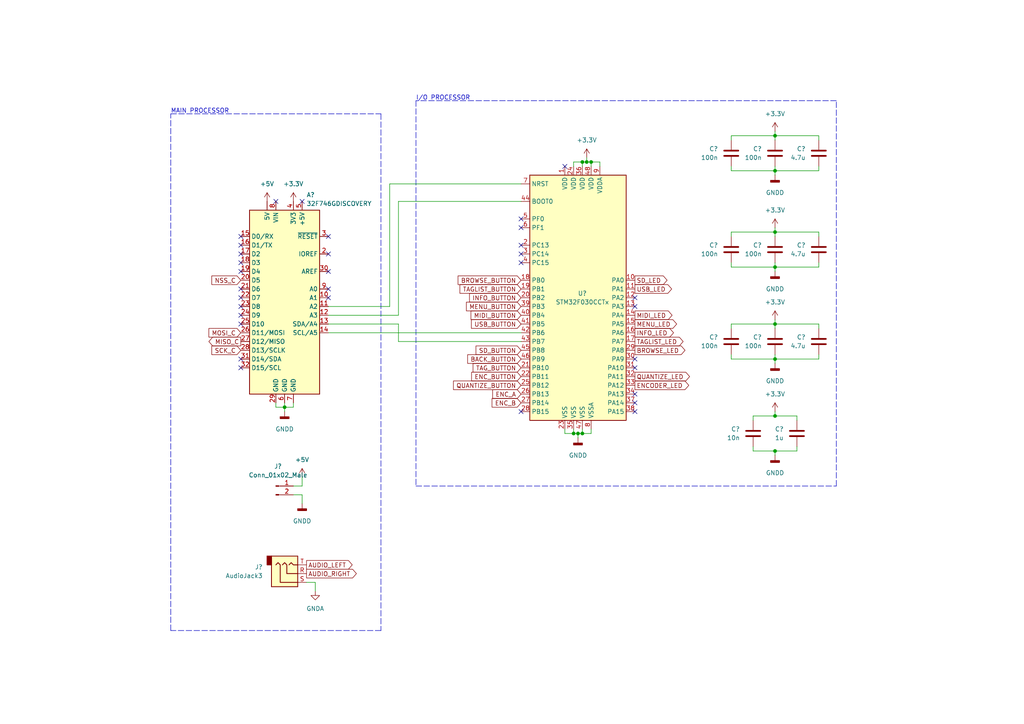
<source format=kicad_sch>
(kicad_sch (version 20211123) (generator eeschema)
  (paper "A4")
  (title_block (title "32F746GDISCOVERY INTERFACE") (date "2022-09-08") (rev "2") (company "© ANDREI ANATSKA, FRANK PLOWMAN 2022"))
  (lib_symbols
    (symbol "CDJ-1000MK3_new_life_project:32F746GDISCOVERY"
      (property "Reference" "A" (at -10.16 23.495 0))
      (property "Value" "32F746GDISCOVERY" (at 6.35 25.4 0))
      (symbol "32F746GDISCOVERY_0_1"
        (rectangle (start -10.16 22.86) (end 10.16 -30.48) (stroke (width 0.254)) (fill (type background)))
      )
      (symbol "32F746GDISCOVERY_1_1"
        (pin power_in line (at -5.08 25.4 270) (length 2.54) (name "5V") (number ""))
        (pin no_connect line (at -12.7 -26.67 0) (length 2.54) hide (name "NC") (number "1"))
        (pin bidirectional line (at 12.7 -2.54 180) (length 2.54) (name "A1") (number "10"))
        (pin bidirectional line (at 12.7 -5.08 180) (length 2.54) (name "A2") (number "11"))
        (pin bidirectional line (at 12.7 -7.62 180) (length 2.54) (name "A3") (number "12"))
        (pin bidirectional line (at 12.7 -10.16 180) (length 2.54) (name "SDA/A4") (number "13"))
        (pin bidirectional line (at 12.7 -12.7 180) (length 2.54) (name "SCL/A5") (number "14"))
        (pin bidirectional line (at -12.7 15.24 0) (length 2.54) (name "D0/RX") (number "15"))
        (pin bidirectional line (at -12.7 12.7 0) (length 2.54) (name "D1/TX") (number "16"))
        (pin bidirectional line (at -12.7 10.16 0) (length 2.54) (name "D2") (number "17"))
        (pin bidirectional line (at -12.7 7.62 0) (length 2.54) (name "D3") (number "18"))
        (pin bidirectional line (at -12.7 5.08 0) (length 2.54) (name "D4") (number "19"))
        (pin output line (at 12.7 10.16 180) (length 2.54) (name "IOREF") (number "2"))
        (pin bidirectional line (at -12.7 2.54 0) (length 2.54) (name "D5") (number "20"))
        (pin bidirectional line (at -12.7 0 0) (length 2.54) (name "D6") (number "21"))
        (pin bidirectional line (at -12.7 -2.54 0) (length 2.54) (name "D7") (number "22"))
        (pin bidirectional line (at -12.7 -5.08 0) (length 2.54) (name "D8") (number "23"))
        (pin bidirectional line (at -12.7 -7.62 0) (length 2.54) (name "D9") (number "24"))
        (pin bidirectional line (at -12.7 -10.16 0) (length 2.54) (name "D10") (number "25"))
        (pin bidirectional line (at -12.7 -12.7 0) (length 2.54) (name "D11/MOSI") (number "26"))
        (pin bidirectional line (at -12.7 -15.24 0) (length 2.54) (name "D12/MISO") (number "27"))
        (pin bidirectional line (at -12.7 -17.78 0) (length 2.54) (name "D13/SCLK") (number "28"))
        (pin power_in line (at -2.54 -33.02 90) (length 2.54) (name "GND") (number "29"))
        (pin input line (at 12.7 15.24 180) (length 2.54) (name "~{RESET}") (number "3"))
        (pin input line (at 12.7 5.08 180) (length 2.54) (name "AREF") (number "30"))
        (pin bidirectional line (at -12.7 -20.32 0) (length 2.54) (name "D14/SDA") (number "31"))
        (pin bidirectional line (at -12.7 -22.86 0) (length 2.54) (name "D15/SCL") (number "32"))
        (pin power_out line (at 2.54 25.4 270) (length 2.54) (name "3V3") (number "4"))
        (pin power_out line (at 5.08 25.4 270) (length 2.54) (name "+5V") (number "5"))
        (pin power_in line (at 0 -33.02 90) (length 2.54) (name "GND") (number "6"))
        (pin power_in line (at 2.54 -33.02 90) (length 2.54) (name "GND") (number "7"))
        (pin power_in line (at -2.54 25.4 270) (length 2.54) (name "VIN") (number "8"))
        (pin bidirectional line (at 12.7 0 180) (length 2.54) (name "A0") (number "9"))
      )
    )
    (symbol "Connector:AudioJack3"
      (property "Reference" "J" (at 0 8.89 0))
      (property "Value" "AudioJack3" (at 0 6.35 0))
      (symbol "AudioJack3_0_1"
        (rectangle (start -5.08 -5.08) (end -6.35 -2.54) (stroke (width 0.254)) (fill (type outline)))
        (polyline (pts (xy 0 -2.54) (xy 0.635 -3.175) (xy 1.27 -2.54) (xy 2.54 -2.54)) (stroke (width 0.254)))
        (polyline (pts (xy -1.905 -2.54) (xy -1.27 -3.175) (xy -0.635 -2.54) (xy -0.635 0) (xy 2.54 0)) (stroke (width 0.254)))
        (polyline (pts (xy 2.54 2.54) (xy -2.54 2.54) (xy -2.54 -2.54) (xy -3.175 -3.175) (xy -3.81 -2.54)) (stroke (width 0.254)))
        (rectangle (start 2.54 3.81) (end -5.08 -5.08) (stroke (width 0.254)) (fill (type background)))
      )
      (symbol "AudioJack3_1_1"
        (pin passive line (at 5.08 0 180) (length 2.54) (name "~") (number "R"))
        (pin passive line (at 5.08 2.54 180) (length 2.54) (name "~") (number "S"))
        (pin passive line (at 5.08 -2.54 180) (length 2.54) (name "~") (number "T"))
      )
    )
    (symbol "Connector:Conn_01x02_Male" (pin_names (offset 1.016) hide)
      (property "Reference" "J" (at 0 2.54 0))
      (property "Value" "Conn_01x02_Male" (at 0 -5.08 0))
      (symbol "Conn_01x02_Male_1_1"
        (polyline (pts (xy 1.27 -2.54) (xy 0.8636 -2.54)) (stroke (width 0.1524)))
        (polyline (pts (xy 1.27 0) (xy 0.8636 0)) (stroke (width 0.1524)))
        (rectangle (start 0.8636 -2.413) (end 0 -2.667) (stroke (width 0.1524)) (fill (type outline)))
        (rectangle (start 0.8636 0.127) (end 0 -0.127) (stroke (width 0.1524)) (fill (type outline)))
        (pin passive line (at 5.08 0 180) (length 3.81) (name "Pin_1") (number "1"))
        (pin passive line (at 5.08 -2.54 180) (length 3.81) (name "Pin_2") (number "2"))
      )
    )
    (symbol "Device:C" (pin_numbers hide) (pin_names (offset 0.254))
      (property "Reference" "C" (at 0.635 2.54 0))
      (property "Value" "C" (at 0.635 -2.54 0))
      (symbol "C_0_1"
        (polyline (pts (xy -2.032 -0.762) (xy 2.032 -0.762)) (stroke (width 0.508)))
        (polyline (pts (xy -2.032 0.762) (xy 2.032 0.762)) (stroke (width 0.508)))
      )
      (symbol "C_1_1"
        (pin passive line (at 0 3.81 270) (length 2.794) (name "~") (number "1"))
        (pin passive line (at 0 -3.81 90) (length 2.794) (name "~") (number "2"))
      )
    )
    (symbol "MCU_ST_STM32F0:STM32F030CCTx"
      (property "Reference" "U" (at -15.24 36.83 0))
      (property "Value" "STM32F030CCTx" (at 7.62 36.83 0))
      (symbol "STM32F030CCTx_0_1"
        (rectangle (start -15.24 -35.56) (end 12.7 35.56) (stroke (width 0.254)) (fill (type background)))
      )
      (symbol "STM32F030CCTx_1_1"
        (pin power_in line (at -5.08 38.1 270) (length 2.54) (name "VDD") (number "1"))
        (pin bidirectional line (at 15.24 5.08 180) (length 2.54) (name "PA0") (number "10"))
        (pin bidirectional line (at 15.24 2.54 180) (length 2.54) (name "PA1") (number "11"))
        (pin bidirectional line (at 15.24 0 180) (length 2.54) (name "PA2") (number "12"))
        (pin bidirectional line (at 15.24 -2.54 180) (length 2.54) (name "PA3") (number "13"))
        (pin bidirectional line (at 15.24 -5.08 180) (length 2.54) (name "PA4") (number "14"))
        (pin bidirectional line (at 15.24 -7.62 180) (length 2.54) (name "PA5") (number "15"))
        (pin bidirectional line (at 15.24 -10.16 180) (length 2.54) (name "PA6") (number "16"))
        (pin bidirectional line (at 15.24 -12.7 180) (length 2.54) (name "PA7") (number "17"))
        (pin bidirectional line (at -17.78 5.08 0) (length 2.54) (name "PB0") (number "18"))
        (pin bidirectional line (at -17.78 2.54 0) (length 2.54) (name "PB1") (number "19"))
        (pin bidirectional line (at -17.78 15.24 0) (length 2.54) (name "PC13") (number "2"))
        (pin bidirectional line (at -17.78 0 0) (length 2.54) (name "PB2") (number "20"))
        (pin bidirectional line (at -17.78 -20.32 0) (length 2.54) (name "PB10") (number "21"))
        (pin bidirectional line (at -17.78 -22.86 0) (length 2.54) (name "PB11") (number "22"))
        (pin power_in line (at -5.08 -38.1 90) (length 2.54) (name "VSS") (number "23"))
        (pin power_in line (at -2.54 38.1 270) (length 2.54) (name "VDD") (number "24"))
        (pin bidirectional line (at -17.78 -25.4 0) (length 2.54) (name "PB12") (number "25"))
        (pin bidirectional line (at -17.78 -27.94 0) (length 2.54) (name "PB13") (number "26"))
        (pin bidirectional line (at -17.78 -30.48 0) (length 2.54) (name "PB14") (number "27"))
        (pin bidirectional line (at -17.78 -33.02 0) (length 2.54) (name "PB15") (number "28"))
        (pin bidirectional line (at 15.24 -15.24 180) (length 2.54) (name "PA8") (number "29"))
        (pin bidirectional line (at -17.78 12.7 0) (length 2.54) (name "PC14") (number "3"))
        (pin bidirectional line (at 15.24 -17.78 180) (length 2.54) (name "PA9") (number "30"))
        (pin bidirectional line (at 15.24 -20.32 180) (length 2.54) (name "PA10") (number "31"))
        (pin bidirectional line (at 15.24 -22.86 180) (length 2.54) (name "PA11") (number "32"))
        (pin bidirectional line (at 15.24 -25.4 180) (length 2.54) (name "PA12") (number "33"))
        (pin bidirectional line (at 15.24 -27.94 180) (length 2.54) (name "PA13") (number "34"))
        (pin power_in line (at -2.54 -38.1 90) (length 2.54) (name "VSS") (number "35"))
        (pin power_in line (at 0 38.1 270) (length 2.54) (name "VDD") (number "36"))
        (pin bidirectional line (at 15.24 -30.48 180) (length 2.54) (name "PA14") (number "37"))
        (pin bidirectional line (at 15.24 -33.02 180) (length 2.54) (name "PA15") (number "38"))
        (pin bidirectional line (at -17.78 -2.54 0) (length 2.54) (name "PB3") (number "39"))
        (pin bidirectional line (at -17.78 10.16 0) (length 2.54) (name "PC15") (number "4"))
        (pin bidirectional line (at -17.78 -5.08 0) (length 2.54) (name "PB4") (number "40"))
        (pin bidirectional line (at -17.78 -7.62 0) (length 2.54) (name "PB5") (number "41"))
        (pin bidirectional line (at -17.78 -10.16 0) (length 2.54) (name "PB6") (number "42"))
        (pin bidirectional line (at -17.78 -12.7 0) (length 2.54) (name "PB7") (number "43"))
        (pin input line (at -17.78 27.94 0) (length 2.54) (name "BOOT0") (number "44"))
        (pin bidirectional line (at -17.78 -15.24 0) (length 2.54) (name "PB8") (number "45"))
        (pin bidirectional line (at -17.78 -17.78 0) (length 2.54) (name "PB9") (number "46"))
        (pin power_in line (at 0 -38.1 90) (length 2.54) (name "VSS") (number "47"))
        (pin power_in line (at 2.54 38.1 270) (length 2.54) (name "VDD") (number "48"))
        (pin input line (at -17.78 22.86 0) (length 2.54) (name "PF0") (number "5"))
        (pin input line (at -17.78 20.32 0) (length 2.54) (name "PF1") (number "6"))
        (pin input line (at -17.78 33.02 0) (length 2.54) (name "NRST") (number "7"))
        (pin power_in line (at 2.54 -38.1 90) (length 2.54) (name "VSSA") (number "8"))
        (pin power_in line (at 5.08 38.1 270) (length 2.54) (name "VDDA") (number "9"))
      )
    )
    (symbol "power:+3.3V" (power) (pin_names (offset 0))
      (property "Value" "+3.3V" (at 0 3.556 0))
      (symbol "+3.3V_0_1"
        (polyline (pts (xy -0.762 1.27) (xy 0 2.54)))
        (polyline (pts (xy 0 0) (xy 0 2.54)))
        (polyline (pts (xy 0 2.54) (xy 0.762 1.27)))
      )
      (symbol "+3.3V_1_1"
        (pin power_in line (at 0 0 90) (length 0) hide (name "+3.3V") (number "1"))
      )
    )
    (symbol "power:+5V" (power) (pin_names (offset 0))
      (property "Value" "+5V" (at 0 3.556 0))
      (symbol "+5V_0_1"
        (polyline (pts (xy -0.762 1.27) (xy 0 2.54)))
        (polyline (pts (xy 0 0) (xy 0 2.54)))
        (polyline (pts (xy 0 2.54) (xy 0.762 1.27)))
      )
      (symbol "+5V_1_1"
        (pin power_in line (at 0 0 90) (length 0) hide (name "+5V") (number "1"))
      )
    )
    (symbol "power:GNDA" (power) (pin_names (offset 0))
      (property "Value" "GNDA" (at 0 -3.81 0))
      (symbol "GNDA_0_1"
        (polyline (pts (xy 0 0) (xy 0 -1.27) (xy 1.27 -1.27) (xy 0 -2.54) (xy -1.27 -1.27) (xy 0 -1.27)))
      )
      (symbol "GNDA_1_1"
        (pin power_in line (at 0 0 270) (length 0) hide (name "GNDA") (number "1"))
      )
    )
    (symbol "power:GNDD" (power) (pin_names (offset 0))
      (property "Value" "GNDD" (at 0 -3.175 0))
      (symbol "GNDD_0_1"
        (rectangle (start -1.27 -1.524) (end 1.27 -2.032) (stroke (width 0.254)) (fill (type outline)))
        (polyline (pts (xy 0 0) (xy 0 -1.524)))
      )
      (symbol "GNDD_1_1"
        (pin power_in line (at 0 0 270) (length 0) hide (name "GNDD") (number "1"))
      )
    )
  )
  (junction (at 170.18 46.99))
  (junction (at 224.79 39.37))
  (junction (at 167.64 125.73))
  (junction (at 171.45 46.99))
  (junction (at 224.79 93.98))
  (junction (at 224.79 49.53))
  (junction (at 224.79 77.47))
  (junction (at 168.91 125.73))
  (junction (at 224.79 120.65))
  (junction (at 224.79 104.14))
  (junction (at 168.91 46.99))
  (junction (at 82.55 118.11))
  (junction (at 224.79 67.31))
  (junction (at 224.79 130.81))
  (junction (at 166.37 125.73))
  (no_connect (at 95.25 83.82))
  (no_connect (at 95.25 86.36))
  (no_connect (at 69.85 78.74))
  (no_connect (at 69.85 83.82))
  (no_connect (at 69.85 86.36))
  (no_connect (at 69.85 88.9))
  (no_connect (at 69.85 91.44))
  (no_connect (at 69.85 73.66))
  (no_connect (at 69.85 76.2))
  (no_connect (at 69.85 93.98))
  (no_connect (at 69.85 104.14))
  (no_connect (at 69.85 106.68))
  (no_connect (at 151.13 119.38))
  (no_connect (at 184.15 88.9))
  (no_connect (at 184.15 86.36))
  (no_connect (at 184.15 119.38))
  (no_connect (at 184.15 116.84))
  (no_connect (at 184.15 114.3))
  (no_connect (at 184.15 106.68))
  (no_connect (at 184.15 104.14))
  (no_connect (at 95.25 68.58))
  (no_connect (at 69.85 68.58))
  (no_connect (at 69.85 71.12))
  (no_connect (at 151.13 63.5))
  (no_connect (at 151.13 66.04))
  (no_connect (at 151.13 71.12))
  (no_connect (at 151.13 73.66))
  (no_connect (at 151.13 76.2))
  (no_connect (at 163.83 48.26))
  (no_connect (at 95.25 78.74))
  (no_connect (at 95.25 73.66))
  (no_connect (at 87.63 58.42))
  (no_connect (at 80.01 58.42))
  (wire (pts (xy 212.09 93.98) (xy 224.79 93.98)))
  (wire (pts (xy 170.18 45.72) (xy 170.18 46.99)))
  (polyline (pts (xy 110.49 33.02) (xy 110.49 182.88)))
  (wire (pts (xy 212.09 68.58) (xy 212.09 67.31)))
  (wire (pts (xy 87.63 143.51) (xy 87.63 146.05)))
  (wire (pts (xy 224.79 93.98) (xy 224.79 95.25)))
  (wire (pts (xy 237.49 39.37) (xy 237.49 40.64)))
  (wire (pts (xy 224.79 49.53) (xy 224.79 50.8)))
  (wire (pts (xy 85.09 143.51) (xy 87.63 143.51)))
  (wire (pts (xy 212.09 48.26) (xy 212.09 49.53)))
  (wire (pts (xy 212.09 102.87) (xy 212.09 104.14)))
  (wire (pts (xy 224.79 130.81) (xy 231.14 130.81)))
  (polyline (pts (xy 242.57 140.97) (xy 242.57 29.21)))
  (wire (pts (xy 224.79 120.65) (xy 231.14 120.65)))
  (wire (pts (xy 166.37 125.73) (xy 166.37 124.46)))
  (wire (pts (xy 168.91 46.99) (xy 170.18 46.99)))
  (wire (pts (xy 237.49 67.31) (xy 237.49 68.58)))
  (polyline (pts (xy 120.65 140.97) (xy 242.57 140.97)))
  (wire (pts (xy 212.09 49.53) (xy 224.79 49.53)))
  (wire (pts (xy 115.57 58.42) (xy 151.13 58.42)))
  (wire (pts (xy 168.91 125.73) (xy 171.45 125.73)))
  (wire (pts (xy 224.79 104.14) (xy 237.49 104.14)))
  (wire (pts (xy 163.83 125.73) (xy 166.37 125.73)))
  (wire (pts (xy 224.79 49.53) (xy 237.49 49.53)))
  (wire (pts (xy 82.55 118.11) (xy 85.09 118.11)))
  (wire (pts (xy 113.03 53.34) (xy 151.13 53.34)))
  (wire (pts (xy 212.09 67.31) (xy 224.79 67.31)))
  (wire (pts (xy 95.25 93.98) (xy 115.57 93.98)))
  (wire (pts (xy 237.49 93.98) (xy 237.49 95.25)))
  (wire (pts (xy 163.83 124.46) (xy 163.83 125.73)))
  (wire (pts (xy 218.44 121.92) (xy 218.44 120.65)))
  (wire (pts (xy 115.57 91.44) (xy 115.57 58.42)))
  (wire (pts (xy 224.79 67.31) (xy 224.79 68.58)))
  (wire (pts (xy 80.01 116.84) (xy 80.01 118.11)))
  (wire (pts (xy 168.91 125.73) (xy 168.91 124.46)))
  (wire (pts (xy 218.44 129.54) (xy 218.44 130.81)))
  (wire (pts (xy 166.37 46.99) (xy 168.91 46.99)))
  (wire (pts (xy 171.45 46.99) (xy 173.99 46.99)))
  (wire (pts (xy 115.57 99.06) (xy 151.13 99.06)))
  (wire (pts (xy 224.79 48.26) (xy 224.79 49.53)))
  (wire (pts (xy 212.09 104.14) (xy 224.79 104.14)))
  (wire (pts (xy 115.57 93.98) (xy 115.57 99.06)))
  (wire (pts (xy 212.09 95.25) (xy 212.09 93.98)))
  (wire (pts (xy 82.55 118.11) (xy 82.55 119.38)))
  (wire (pts (xy 237.49 48.26) (xy 237.49 49.53)))
  (wire (pts (xy 171.45 125.73) (xy 171.45 124.46)))
  (wire (pts (xy 224.79 130.81) (xy 224.79 132.08)))
  (wire (pts (xy 167.64 125.73) (xy 166.37 125.73)))
  (polyline (pts (xy 120.65 29.21) (xy 120.65 140.97)))
  (wire (pts (xy 237.49 76.2) (xy 237.49 77.47)))
  (wire (pts (xy 85.09 118.11) (xy 85.09 116.84)))
  (wire (pts (xy 218.44 130.81) (xy 224.79 130.81)))
  (polyline (pts (xy 49.53 182.88) (xy 49.53 33.02)))
  (wire (pts (xy 224.79 92.71) (xy 224.79 93.98)))
  (wire (pts (xy 231.14 129.54) (xy 231.14 130.81)))
  (wire (pts (xy 167.64 125.73) (xy 167.64 127)))
  (wire (pts (xy 224.79 77.47) (xy 237.49 77.47)))
  (wire (pts (xy 224.79 76.2) (xy 224.79 77.47)))
  (wire (pts (xy 224.79 39.37) (xy 224.79 40.64)))
  (wire (pts (xy 167.64 125.73) (xy 168.91 125.73)))
  (wire (pts (xy 212.09 76.2) (xy 212.09 77.47)))
  (wire (pts (xy 88.9 168.91) (xy 91.44 168.91)))
  (wire (pts (xy 113.03 88.9) (xy 113.03 53.34)))
  (wire (pts (xy 224.79 67.31) (xy 237.49 67.31)))
  (wire (pts (xy 224.79 39.37) (xy 237.49 39.37)))
  (wire (pts (xy 224.79 119.38) (xy 224.79 120.65)))
  (wire (pts (xy 218.44 120.65) (xy 224.79 120.65)))
  (wire (pts (xy 212.09 40.64) (xy 212.09 39.37)))
  (polyline (pts (xy 242.57 29.21) (xy 120.65 29.21)))
  (wire (pts (xy 85.09 140.97) (xy 87.63 140.97)))
  (wire (pts (xy 224.79 93.98) (xy 237.49 93.98)))
  (wire (pts (xy 82.55 118.11) (xy 82.55 116.84)))
  (wire (pts (xy 95.25 91.44) (xy 115.57 91.44)))
  (wire (pts (xy 168.91 46.99) (xy 168.91 48.26)))
  (polyline (pts (xy 49.53 33.02) (xy 110.49 33.02)))
  (wire (pts (xy 224.79 102.87) (xy 224.79 104.14)))
  (wire (pts (xy 87.63 138.43) (xy 87.63 140.97)))
  (wire (pts (xy 80.01 118.11) (xy 82.55 118.11)))
  (wire (pts (xy 231.14 120.65) (xy 231.14 121.92)))
  (wire (pts (xy 171.45 46.99) (xy 171.45 48.26)))
  (wire (pts (xy 224.79 104.14) (xy 224.79 105.41)))
  (polyline (pts (xy 110.49 182.88) (xy 49.53 182.88)))
  (wire (pts (xy 212.09 77.47) (xy 224.79 77.47)))
  (wire (pts (xy 212.09 39.37) (xy 224.79 39.37)))
  (wire (pts (xy 224.79 38.1) (xy 224.79 39.37)))
  (wire (pts (xy 91.44 168.91) (xy 91.44 171.45)))
  (wire (pts (xy 166.37 48.26) (xy 166.37 46.99)))
  (wire (pts (xy 224.79 66.04) (xy 224.79 67.31)))
  (wire (pts (xy 224.79 77.47) (xy 224.79 78.74)))
  (wire (pts (xy 95.25 88.9) (xy 113.03 88.9)))
  (wire (pts (xy 173.99 46.99) (xy 173.99 48.26)))
  (wire (pts (xy 237.49 102.87) (xy 237.49 104.14)))
  (wire (pts (xy 95.25 96.52) (xy 151.13 96.52)))
  (wire (pts (xy 170.18 46.99) (xy 171.45 46.99)))
  (text "MAIN PROCESSOR" (at 49.53 33.02 0) (effects (font (size 1.27 1.27)) (justify left bottom)))
  (text "I/O PROCESSOR" (at 120.65 29.21 0) (effects (font (size 1.27 1.27)) (justify left bottom)))
  (global_label "AUDIO_RIGHT" (shape output) (at 88.9 166.37 0) (property "Intersheet References" "${INTERSHEET_REFS}" (effects hide)))
  (global_label "MISO_C" (shape output) (at 69.85 99.06 180) (property "Intersheet References" "${INTERSHEET_REFS}" (effects hide)))
  (global_label "ENC_B" (shape input) (at 151.13 116.84 180) (property "Intersheet References" "${INTERSHEET_REFS}" (effects hide)))
  (global_label "BROWSE_LED" (shape output) (at 184.15 101.6 0) (property "Intersheet References" "${INTERSHEET_REFS}" (effects hide)))
  (global_label "SD_BUTTON" (shape input) (at 151.13 101.6 180) (property "Intersheet References" "${INTERSHEET_REFS}" (effects hide)))
  (global_label "SD_LED" (shape output) (at 184.15 81.28 0) (property "Intersheet References" "${INTERSHEET_REFS}" (effects hide)))
  (global_label "INFO_BUTTON" (shape input) (at 151.13 86.36 180) (property "Intersheet References" "${INTERSHEET_REFS}" (effects hide)))
  (global_label "MENU_BUTTON" (shape input) (at 151.13 88.9 180) (property "Intersheet References" "${INTERSHEET_REFS}" (effects hide)))
  (global_label "BROWSE_BUTTON" (shape input) (at 151.13 81.28 180) (property "Intersheet References" "${INTERSHEET_REFS}" (effects hide)))
  (global_label "MENU_LED" (shape output) (at 184.15 93.98 0) (property "Intersheet References" "${INTERSHEET_REFS}" (effects hide)))
  (global_label "AUDIO_LEFT" (shape output) (at 88.9 163.83 0) (property "Intersheet References" "${INTERSHEET_REFS}" (effects hide)))
  (global_label "MIDI_BUTTON" (shape input) (at 151.13 91.44 180) (property "Intersheet References" "${INTERSHEET_REFS}" (effects hide)))
  (global_label "TAG_BUTTON" (shape input) (at 151.13 106.68 180) (property "Intersheet References" "${INTERSHEET_REFS}" (effects hide)))
  (global_label "QUANTIZE_LED" (shape output) (at 184.15 109.22 0) (property "Intersheet References" "${INTERSHEET_REFS}" (effects hide)))
  (global_label "TAGLIST_BUTTON" (shape input) (at 151.13 83.82 180) (property "Intersheet References" "${INTERSHEET_REFS}" (effects hide)))
  (global_label "USB_LED" (shape output) (at 184.15 83.82 0) (property "Intersheet References" "${INTERSHEET_REFS}" (effects hide)))
  (global_label "QUANTIZE_BUTTON" (shape input) (at 151.13 111.76 180) (property "Intersheet References" "${INTERSHEET_REFS}" (effects hide)))
  (global_label "ENC_A" (shape input) (at 151.13 114.3 180) (property "Intersheet References" "${INTERSHEET_REFS}" (effects hide)))
  (global_label "ENCODER_LED" (shape output) (at 184.15 111.76 0) (property "Intersheet References" "${INTERSHEET_REFS}" (effects hide)))
  (global_label "USB_BUTTON" (shape input) (at 151.13 93.98 180) (property "Intersheet References" "${INTERSHEET_REFS}" (effects hide)))
  (global_label "BACK_BUTTON" (shape input) (at 151.13 104.14 180) (property "Intersheet References" "${INTERSHEET_REFS}" (effects hide)))
  (global_label "NSS_C" (shape input) (at 69.85 81.28 180) (property "Intersheet References" "${INTERSHEET_REFS}" (effects hide)))
  (global_label "MIDI_LED" (shape output) (at 184.15 91.44 0) (property "Intersheet References" "${INTERSHEET_REFS}" (effects hide)))
  (global_label "INFO_LED" (shape output) (at 184.15 96.52 0) (property "Intersheet References" "${INTERSHEET_REFS}" (effects hide)))
  (global_label "ENC_BUTTON" (shape input) (at 151.13 109.22 180) (property "Intersheet References" "${INTERSHEET_REFS}" (effects hide)))
  (global_label "MOSI_C" (shape input) (at 69.85 96.52 180) (property "Intersheet References" "${INTERSHEET_REFS}" (effects hide)))
  (global_label "SCK_C" (shape input) (at 69.85 101.6 180) (property "Intersheet References" "${INTERSHEET_REFS}" (effects hide)))
  (global_label "TAGLIST_LED" (shape output) (at 184.15 99.06 0) (property "Intersheet References" "${INTERSHEET_REFS}" (effects hide)))
  (symbol (lib_id "Connector:Conn_01x02_Male") (at 80.01 140.97 0) (unit 1)
    (property "Reference" "J?" (at 80.645 135.255 0))
    (property "Value" "Conn_01x02_Male" (at 80.645 137.795 0))
  )
  (symbol (lib_id "Device:C") (at 224.79 44.45 0) (mirror x) (unit 1)
    (property "Reference" "C?" (at 220.98 43.1799 0) (effects (justify right)))
    (property "Value" "100n" (at 220.98 45.7199 0) (effects (justify right)))
  )
  (symbol (lib_id "Device:C") (at 212.09 44.45 0) (mirror x) (unit 1)
    (property "Reference" "C?" (at 208.28 43.1799 0) (effects (justify right)))
    (property "Value" "100n" (at 208.28 45.7199 0) (effects (justify right)))
  )
  (symbol (lib_id "power:+3.3V") (at 224.79 66.04 0) (unit 1)
    (property "Reference" "#PWR?" (effects hide))
    (property "Value" "+3.3V" (at 224.79 60.96 0))
  )
  (symbol (lib_id "power:+3.3V") (at 224.79 38.1 0) (unit 1)
    (property "Reference" "#PWR?" (effects hide))
    (property "Value" "+3.3V" (at 224.79 33.02 0))
  )
  (symbol (lib_id "power:+3.3V") (at 224.79 92.71 0) (unit 1)
    (property "Reference" "#PWR?" (effects hide))
    (property "Value" "+3.3V" (at 224.79 87.63 0))
  )
  (symbol (lib_id "power:GNDD") (at 224.79 50.8 0) (unit 1)
    (property "Reference" "#PWR?" (effects hide))
    (property "Value" "GNDD" (at 224.79 55.88 0))
  )
  (symbol (lib_id "power:GNDD") (at 224.79 132.08 0) (unit 1)
    (property "Reference" "#PWR?" (effects hide))
    (property "Value" "GNDD" (at 224.79 137.16 0))
  )
  (symbol (lib_id "power:+5V") (at 87.63 138.43 0) (unit 1)
    (property "Reference" "#PWR?" (effects hide))
    (property "Value" "+5V" (at 87.63 133.35 0))
  )
  (symbol (lib_id "Device:C") (at 224.79 99.06 0) (mirror x) (unit 1)
    (property "Reference" "C?" (at 220.98 97.7899 0) (effects (justify right)))
    (property "Value" "100n" (at 220.98 100.3299 0) (effects (justify right)))
  )
  (symbol (lib_id "Device:C") (at 237.49 44.45 0) (mirror x) (unit 1)
    (property "Reference" "C?" (at 233.68 43.1799 0) (effects (justify right)))
    (property "Value" "4.7u" (at 233.68 45.7199 0) (effects (justify right)))
  )
  (symbol (lib_id "power:+3.3V") (at 85.09 58.42 0) (unit 1)
    (property "Reference" "#PWR?" (effects hide))
    (property "Value" "+3.3V" (at 85.09 53.34 0))
  )
  (symbol (lib_id "power:+3.3V") (at 224.79 119.38 0) (unit 1)
    (property "Reference" "#PWR?" (effects hide))
    (property "Value" "+3.3V" (at 224.79 114.3 0))
  )
  (symbol (lib_id "MCU_ST_STM32F0:STM32F030CCTx") (at 168.91 86.36 0) (unit 1)
    (property "Reference" "U?" (at 168.91 85.09 0))
    (property "Value" "STM32F030CCTx" (at 168.91 87.63 0))
    (property "Footprint" "Package_QFP:LQFP-48_7x7mm_P0.5mm" (effects hide))
    (property "Datasheet" "http://www.st.com/st-web-ui/static/active/en/resource/technical/document/datasheet/DM00088500.pdf" (effects hide))
  )
  (symbol (lib_id "Device:C") (at 218.44 125.73 0) (mirror x) (unit 1)
    (property "Reference" "C?" (at 214.63 124.4599 0) (effects (justify right)))
    (property "Value" "10n" (at 214.63 126.9999 0) (effects (justify right)))
  )
  (symbol (lib_id "power:GNDD") (at 224.79 78.74 0) (unit 1)
    (property "Reference" "#PWR?" (effects hide))
    (property "Value" "GNDD" (at 224.79 83.82 0))
  )
  (symbol (lib_id "power:GNDD") (at 87.63 146.05 0) (unit 1)
    (property "Reference" "#PWR?" (effects hide))
    (property "Value" "GNDD" (at 87.63 151.13 0))
  )
  (symbol (lib_id "Connector:AudioJack3") (at 83.82 166.37 0) (mirror x) (unit 1)
    (property "Reference" "J?" (at 76.2 164.4649 0) (effects (justify right)))
    (property "Value" "AudioJack3" (at 76.2 167.0049 0) (effects (justify right)))
  )
  (symbol (lib_id "CDJ-1000MK3_new_life_project:32F746GDISCOVERY") (at 82.55 83.82 0) (unit 1)
    (property "Reference" "A?" (at 88.9 56.515 0) (effects (justify left)))
    (property "Value" "32F746GDISCOVERY" (at 88.9 59.055 0) (effects (justify left)))
    (property "Footprint" "Module:Arduino_UNO_R3" (effects hide))
    (property "Datasheet" "https://www.st.com/resource/en/user_manual/um1907-discovery-kit-for-stm32f7-series-with-stm32f746ng-mcu-stmicroelectronics.pdf" (effects hide))
  )
  (symbol (lib_id "Device:C") (at 237.49 72.39 0) (mirror x) (unit 1)
    (property "Reference" "C?" (at 233.68 71.1199 0) (effects (justify right)))
    (property "Value" "4.7u" (at 233.68 73.6599 0) (effects (justify right)))
  )
  (symbol (lib_id "Device:C") (at 237.49 99.06 0) (mirror x) (unit 1)
    (property "Reference" "C?" (at 233.68 97.7899 0) (effects (justify right)))
    (property "Value" "4.7u" (at 233.68 100.3299 0) (effects (justify right)))
  )
  (symbol (lib_id "power:GNDD") (at 82.55 119.38 0) (unit 1)
    (property "Reference" "#PWR?" (effects hide))
    (property "Value" "GNDD" (at 82.55 124.46 0))
  )
  (symbol (lib_id "power:GNDD") (at 167.64 127 0) (unit 1)
    (property "Reference" "#PWR?" (effects hide))
    (property "Value" "GNDD" (at 167.64 132.08 0))
  )
  (symbol (lib_id "Device:C") (at 231.14 125.73 0) (mirror x) (unit 1)
    (property "Reference" "C?" (at 227.33 124.4599 0) (effects (justify right)))
    (property "Value" "1u" (at 227.33 126.9999 0) (effects (justify right)))
  )
  (symbol (lib_id "power:GNDD") (at 224.79 105.41 0) (unit 1)
    (property "Reference" "#PWR?" (effects hide))
    (property "Value" "GNDD" (at 224.79 110.49 0))
  )
  (symbol (lib_id "power:GNDA") (at 91.44 171.45 0) (unit 1)
    (property "Reference" "#PWR?" (effects hide))
    (property "Value" "GNDA" (at 91.44 176.53 0))
  )
  (symbol (lib_id "Device:C") (at 212.09 72.39 0) (mirror x) (unit 1)
    (property "Reference" "C?" (at 208.28 71.1199 0) (effects (justify right)))
    (property "Value" "100n" (at 208.28 73.6599 0) (effects (justify right)))
  )
  (symbol (lib_id "Device:C") (at 224.79 72.39 0) (mirror x) (unit 1)
    (property "Reference" "C?" (at 220.98 71.1199 0) (effects (justify right)))
    (property "Value" "100n" (at 220.98 73.6599 0) (effects (justify right)))
  )
  (symbol (lib_id "Device:C") (at 212.09 99.06 0) (mirror x) (unit 1)
    (property "Reference" "C?" (at 208.28 97.7899 0) (effects (justify right)))
    (property "Value" "100n" (at 208.28 100.3299 0) (effects (justify right)))
  )
  (symbol (lib_id "power:+3.3V") (at 170.18 45.72 0) (unit 1)
    (property "Reference" "#PWR?" (effects hide))
    (property "Value" "+3.3V" (at 170.18 40.64 0))
  )
  (symbol (lib_id "power:+5V") (at 77.47 58.42 0) (unit 1)
    (property "Reference" "#PWR0167" (effects hide))
    (property "Value" "+5V" (at 77.47 53.34 0))
  )
)
</source>
